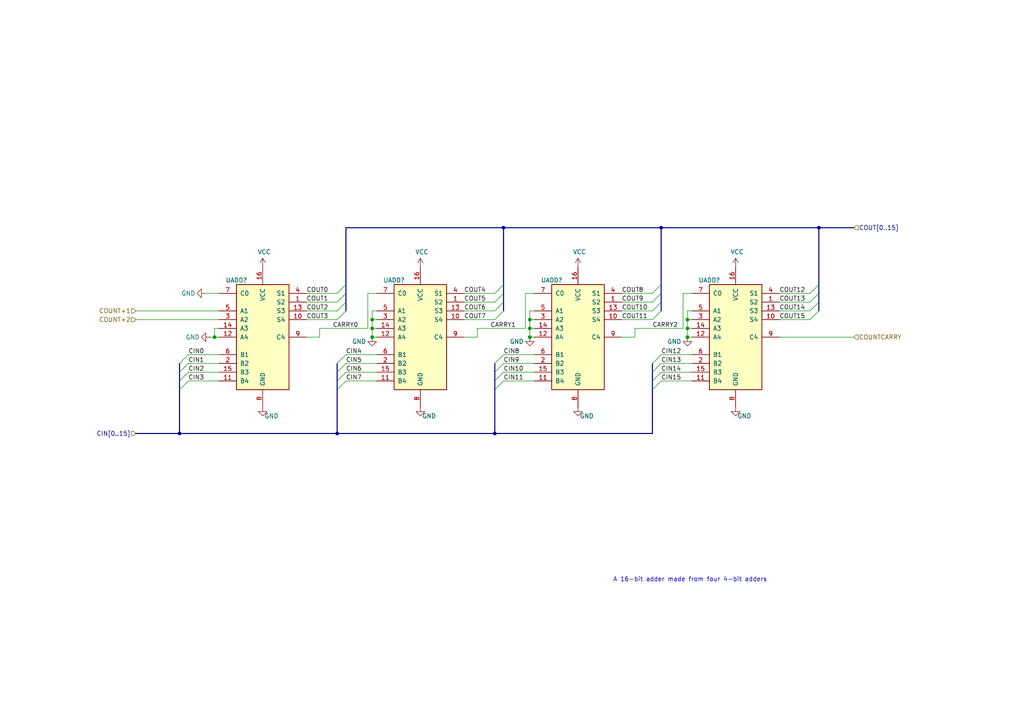
<source format=kicad_sch>
(kicad_sch (version 20211123) (generator eeschema)
  (paper "A4")
  (lib_symbols
    (symbol "74xx:74LS283" (pin_names (offset 1.016))
      (property "Reference" "U" (at -7.62 16.51 0))
      (property "Value" "74LS283" (at -7.62 -16.51 0))
      (symbol "74LS283_1_0"
        (pin output line (at 12.7 10.16 180) (length 5.08) (name "S2") (number "1"))
        (pin output line (at 12.7 5.08 180) (length 5.08) (name "S4") (number "10"))
        (pin input line (at -12.7 -12.7 0) (length 5.08) (name "B4") (number "11"))
        (pin input line (at -12.7 0 0) (length 5.08) (name "A4") (number "12"))
        (pin output line (at 12.7 7.62 180) (length 5.08) (name "S3") (number "13"))
        (pin input line (at -12.7 2.54 0) (length 5.08) (name "A3") (number "14"))
        (pin input line (at -12.7 -10.16 0) (length 5.08) (name "B3") (number "15"))
        (pin power_in line (at 0 20.32 270) (length 5.08) (name "VCC") (number "16"))
        (pin input line (at -12.7 -7.62 0) (length 5.08) (name "B2") (number "2"))
        (pin input line (at -12.7 5.08 0) (length 5.08) (name "A2") (number "3"))
        (pin output line (at 12.7 12.7 180) (length 5.08) (name "S1") (number "4"))
        (pin input line (at -12.7 7.62 0) (length 5.08) (name "A1") (number "5"))
        (pin input line (at -12.7 -5.08 0) (length 5.08) (name "B1") (number "6"))
        (pin input line (at -12.7 12.7 0) (length 5.08) (name "C0") (number "7"))
        (pin power_in line (at 0 -20.32 90) (length 5.08) (name "GND") (number "8"))
        (pin output line (at 12.7 0 180) (length 5.08) (name "C4") (number "9"))
      )
      (symbol "74LS283_1_1"
        (rectangle (start -7.62 15.24) (end 7.62 -15.24) (stroke (width 0.254)) (fill (type background)))
      )
    )
    (symbol "power:GND" (power) (pin_names (offset 0))
      (property "Value" "GND" (at 0 -3.81 0))
      (symbol "GND_0_1"
        (polyline (pts (xy 0 0) (xy 0 -1.27) (xy 1.27 -1.27) (xy 0 -2.54) (xy -1.27 -1.27) (xy 0 -1.27)))
      )
      (symbol "GND_1_1"
        (pin power_in line (at 0 0 270) (length 0) hide (name "GND") (number "1"))
      )
    )
    (symbol "power:VCC" (power) (pin_names (offset 0))
      (property "Value" "VCC" (at 0 3.81 0))
      (symbol "VCC_0_1"
        (polyline (pts (xy -0.762 1.27) (xy 0 2.54)))
        (polyline (pts (xy 0 0) (xy 0 2.54)))
        (polyline (pts (xy 0 2.54) (xy 0.762 1.27)))
      )
      (symbol "VCC_1_1"
        (pin power_in line (at 0 0 90) (length 0) hide (name "VCC") (number "1"))
      )
    )
  )
  (junction (at 199.39 95.25))
  (junction (at 191.77 66.04))
  (junction (at 146.05 66.04))
  (junction (at 237.49 66.04))
  (junction (at 62.23 97.79))
  (junction (at 52.07 125.73))
  (junction (at 199.39 92.71))
  (junction (at 97.79 125.73))
  (junction (at 153.67 97.79))
  (junction (at 107.95 97.79))
  (junction (at 199.39 97.79))
  (junction (at 107.95 95.25))
  (junction (at 153.67 95.25))
  (junction (at 143.51 125.73))
  (junction (at 153.67 92.71))
  (junction (at 107.95 92.71))
  (bus_entry (at 189.23 105.41) (size 2.54 -2.54))
  (bus_entry (at 52.07 107.95) (size 2.54 -2.54))
  (bus_entry (at 237.49 85.09) (size -2.54 2.54))
  (bus_entry (at 143.51 107.95) (size 2.54 -2.54))
  (bus_entry (at 100.33 87.63) (size -2.54 2.54))
  (bus_entry (at 143.51 105.41) (size 2.54 -2.54))
  (bus_entry (at 146.05 82.55) (size -2.54 2.54))
  (bus_entry (at 52.07 113.03) (size 2.54 -2.54))
  (bus_entry (at 100.33 90.17) (size -2.54 2.54))
  (bus_entry (at 189.23 113.03) (size 2.54 -2.54))
  (bus_entry (at 52.07 105.41) (size 2.54 -2.54))
  (bus_entry (at 191.77 90.17) (size -2.54 2.54))
  (bus_entry (at 97.79 107.95) (size 2.54 -2.54))
  (bus_entry (at 100.33 82.55) (size -2.54 2.54))
  (bus_entry (at 189.23 110.49) (size 2.54 -2.54))
  (bus_entry (at 143.51 113.03) (size 2.54 -2.54))
  (bus_entry (at 146.05 87.63) (size -2.54 2.54))
  (bus_entry (at 100.33 85.09) (size -2.54 2.54))
  (bus_entry (at 97.79 110.49) (size 2.54 -2.54))
  (bus_entry (at 191.77 82.55) (size -2.54 2.54))
  (bus_entry (at 191.77 85.09) (size -2.54 2.54))
  (bus_entry (at 146.05 85.09) (size -2.54 2.54))
  (bus_entry (at 146.05 90.17) (size -2.54 2.54))
  (bus_entry (at 237.49 87.63) (size -2.54 2.54))
  (bus_entry (at 237.49 90.17) (size -2.54 2.54))
  (bus_entry (at 189.23 107.95) (size 2.54 -2.54))
  (bus_entry (at 52.07 110.49) (size 2.54 -2.54))
  (bus_entry (at 97.79 105.41) (size 2.54 -2.54))
  (bus_entry (at 97.79 113.03) (size 2.54 -2.54))
  (bus_entry (at 237.49 82.55) (size -2.54 2.54))
  (bus_entry (at 191.77 87.63) (size -2.54 2.54))
  (bus_entry (at 143.51 110.49) (size 2.54 -2.54))
  (wire (pts (xy 199.39 92.71) (xy 200.66 92.71)))
  (wire (pts (xy 153.67 92.71) (xy 153.67 95.25)))
  (bus (pts (xy 146.05 85.09) (xy 146.05 87.63)))
  (wire (pts (xy 106.68 85.09) (xy 109.22 85.09)))
  (wire (pts (xy 200.66 102.87) (xy 191.77 102.87)))
  (wire (pts (xy 62.23 97.79) (xy 63.5 97.79)))
  (bus (pts (xy 100.33 85.09) (xy 100.33 87.63)))
  (wire (pts (xy 60.96 97.79) (xy 62.23 97.79)))
  (bus (pts (xy 97.79 110.49) (xy 97.79 113.03)))
  (bus (pts (xy 143.51 125.73) (xy 189.23 125.73)))
  (wire (pts (xy 62.23 95.25) (xy 63.5 95.25)))
  (wire (pts (xy 63.5 107.95) (xy 54.61 107.95)))
  (wire (pts (xy 106.68 95.25) (xy 106.68 85.09)))
  (bus (pts (xy 52.07 105.41) (xy 52.07 107.95)))
  (bus (pts (xy 100.33 66.04) (xy 146.05 66.04)))
  (wire (pts (xy 234.95 85.09) (xy 226.06 85.09)))
  (wire (pts (xy 226.06 87.63) (xy 234.95 87.63)))
  (bus (pts (xy 143.51 113.03) (xy 143.51 125.73)))
  (wire (pts (xy 97.79 85.09) (xy 88.9 85.09)))
  (bus (pts (xy 100.33 82.55) (xy 100.33 85.09)))
  (bus (pts (xy 52.07 107.95) (xy 52.07 110.49)))
  (bus (pts (xy 191.77 85.09) (xy 191.77 87.63)))
  (wire (pts (xy 154.94 107.95) (xy 146.05 107.95)))
  (wire (pts (xy 153.67 92.71) (xy 153.67 90.17)))
  (wire (pts (xy 152.4 95.25) (xy 152.4 85.09)))
  (bus (pts (xy 237.49 66.04) (xy 237.49 82.55)))
  (wire (pts (xy 92.71 97.79) (xy 92.71 95.25)))
  (wire (pts (xy 198.12 85.09) (xy 200.66 85.09)))
  (bus (pts (xy 237.49 87.63) (xy 237.49 90.17)))
  (wire (pts (xy 154.94 102.87) (xy 146.05 102.87)))
  (bus (pts (xy 191.77 66.04) (xy 191.77 82.55)))
  (wire (pts (xy 247.65 97.79) (xy 226.06 97.79)))
  (wire (pts (xy 180.34 97.79) (xy 184.15 97.79)))
  (wire (pts (xy 88.9 87.63) (xy 97.79 87.63)))
  (wire (pts (xy 226.06 90.17) (xy 234.95 90.17)))
  (wire (pts (xy 184.15 95.25) (xy 198.12 95.25)))
  (wire (pts (xy 199.39 92.71) (xy 199.39 95.25)))
  (bus (pts (xy 39.37 125.73) (xy 52.07 125.73)))
  (wire (pts (xy 200.66 107.95) (xy 191.77 107.95)))
  (wire (pts (xy 184.15 97.79) (xy 184.15 95.25)))
  (wire (pts (xy 107.95 97.79) (xy 107.95 95.25)))
  (wire (pts (xy 107.95 92.71) (xy 107.95 90.17)))
  (wire (pts (xy 109.22 102.87) (xy 100.33 102.87)))
  (wire (pts (xy 109.22 110.49) (xy 100.33 110.49)))
  (bus (pts (xy 189.23 113.03) (xy 189.23 125.73)))
  (bus (pts (xy 146.05 82.55) (xy 146.05 85.09)))
  (wire (pts (xy 154.94 105.41) (xy 146.05 105.41)))
  (wire (pts (xy 153.67 95.25) (xy 154.94 95.25)))
  (bus (pts (xy 52.07 125.73) (xy 97.79 125.73)))
  (bus (pts (xy 189.23 110.49) (xy 189.23 113.03)))
  (wire (pts (xy 199.39 97.79) (xy 200.66 97.79)))
  (wire (pts (xy 138.43 97.79) (xy 138.43 95.25)))
  (wire (pts (xy 88.9 90.17) (xy 97.79 90.17)))
  (wire (pts (xy 107.95 90.17) (xy 109.22 90.17)))
  (bus (pts (xy 97.79 105.41) (xy 97.79 107.95)))
  (wire (pts (xy 63.5 102.87) (xy 54.61 102.87)))
  (wire (pts (xy 107.95 92.71) (xy 109.22 92.71)))
  (bus (pts (xy 52.07 113.03) (xy 52.07 125.73)))
  (bus (pts (xy 237.49 85.09) (xy 237.49 87.63)))
  (wire (pts (xy 63.5 105.41) (xy 54.61 105.41)))
  (bus (pts (xy 146.05 87.63) (xy 146.05 90.17)))
  (bus (pts (xy 100.33 66.04) (xy 100.33 82.55)))
  (bus (pts (xy 146.05 66.04) (xy 146.05 82.55)))
  (wire (pts (xy 134.62 90.17) (xy 143.51 90.17)))
  (wire (pts (xy 198.12 95.25) (xy 198.12 85.09)))
  (wire (pts (xy 107.95 97.79) (xy 109.22 97.79)))
  (wire (pts (xy 39.37 90.17) (xy 63.5 90.17)))
  (wire (pts (xy 180.34 92.71) (xy 189.23 92.71)))
  (wire (pts (xy 154.94 110.49) (xy 146.05 110.49)))
  (wire (pts (xy 199.39 90.17) (xy 200.66 90.17)))
  (wire (pts (xy 134.62 97.79) (xy 138.43 97.79)))
  (bus (pts (xy 97.79 125.73) (xy 143.51 125.73)))
  (wire (pts (xy 143.51 92.71) (xy 134.62 92.71)))
  (bus (pts (xy 191.77 66.04) (xy 237.49 66.04)))
  (wire (pts (xy 199.39 95.25) (xy 200.66 95.25)))
  (bus (pts (xy 191.77 87.63) (xy 191.77 90.17)))
  (bus (pts (xy 52.07 110.49) (xy 52.07 113.03)))
  (bus (pts (xy 189.23 107.95) (xy 189.23 110.49)))
  (wire (pts (xy 153.67 90.17) (xy 154.94 90.17)))
  (bus (pts (xy 100.33 87.63) (xy 100.33 90.17)))
  (wire (pts (xy 180.34 87.63) (xy 189.23 87.63)))
  (bus (pts (xy 143.51 105.41) (xy 143.51 107.95)))
  (wire (pts (xy 199.39 92.71) (xy 199.39 90.17)))
  (wire (pts (xy 88.9 92.71) (xy 97.79 92.71)))
  (wire (pts (xy 62.23 97.79) (xy 62.23 95.25)))
  (wire (pts (xy 107.95 92.71) (xy 107.95 95.25)))
  (bus (pts (xy 191.77 82.55) (xy 191.77 85.09)))
  (wire (pts (xy 92.71 95.25) (xy 106.68 95.25)))
  (bus (pts (xy 237.49 66.04) (xy 247.65 66.04)))
  (wire (pts (xy 63.5 110.49) (xy 54.61 110.49)))
  (wire (pts (xy 153.67 97.79) (xy 154.94 97.79)))
  (wire (pts (xy 189.23 85.09) (xy 180.34 85.09)))
  (wire (pts (xy 88.9 97.79) (xy 92.71 97.79)))
  (wire (pts (xy 107.95 95.25) (xy 109.22 95.25)))
  (bus (pts (xy 97.79 113.03) (xy 97.79 125.73)))
  (wire (pts (xy 152.4 85.09) (xy 154.94 85.09)))
  (bus (pts (xy 146.05 66.04) (xy 191.77 66.04)))
  (wire (pts (xy 199.39 97.79) (xy 199.39 95.25)))
  (bus (pts (xy 237.49 82.55) (xy 237.49 85.09)))
  (bus (pts (xy 143.51 107.95) (xy 143.51 110.49)))
  (wire (pts (xy 134.62 85.09) (xy 143.51 85.09)))
  (wire (pts (xy 39.37 92.71) (xy 63.5 92.71)))
  (wire (pts (xy 153.67 97.79) (xy 153.67 95.25)))
  (wire (pts (xy 134.62 87.63) (xy 143.51 87.63)))
  (bus (pts (xy 97.79 107.95) (xy 97.79 110.49)))
  (bus (pts (xy 143.51 110.49) (xy 143.51 113.03)))
  (wire (pts (xy 138.43 95.25) (xy 152.4 95.25)))
  (wire (pts (xy 59.69 85.09) (xy 63.5 85.09)))
  (wire (pts (xy 226.06 92.71) (xy 234.95 92.71)))
  (wire (pts (xy 153.67 92.71) (xy 154.94 92.71)))
  (wire (pts (xy 180.34 90.17) (xy 189.23 90.17)))
  (wire (pts (xy 200.66 105.41) (xy 191.77 105.41)))
  (wire (pts (xy 109.22 105.41) (xy 100.33 105.41)))
  (bus (pts (xy 189.23 105.41) (xy 189.23 107.95)))
  (wire (pts (xy 109.22 107.95) (xy 100.33 107.95)))
  (wire (pts (xy 200.66 110.49) (xy 191.77 110.49)))
  (text "A 16-bit adder made from four 4-bit adders" (at 177.8 168.91 0) (effects (font (size 1.27 1.27)) (justify left bottom)))
  (label "CIN5" (at 100.33 105.41 0))
  (label "COUT7" (at 134.62 92.71 0))
  (label "CIN4" (at 100.33 102.87 0))
  (label "COUT8" (at 180.34 85.09 0))
  (label "COUT9" (at 180.34 87.63 0))
  (label "COUT15" (at 226.06 92.71 0))
  (label "COUT14" (at 226.06 90.17 0))
  (label "COUT3" (at 88.9 92.71 0))
  (label "COUT13" (at 226.06 87.63 0))
  (label "CIN12" (at 191.77 102.87 0))
  (label "CIN10" (at 146.05 107.95 0))
  (label "COUT0" (at 88.9 85.09 0))
  (label "CIN11" (at 146.05 110.49 0))
  (label "COUT10" (at 180.34 90.17 0))
  (label "CIN15" (at 191.77 110.49 0))
  (label "CIN2" (at 54.61 107.95 0))
  (label "COUT5" (at 134.62 87.63 0))
  (label "CARRY2" (at 189.23 95.25 0))
  (label "CIN6" (at 100.33 107.95 0))
  (label "CIN7" (at 100.33 110.49 0))
  (label "CIN3" (at 54.61 110.49 0))
  (label "COUT2" (at 88.9 90.17 0))
  (label "CARRY1" (at 142.24 95.25 0))
  (label "COUT6" (at 134.62 90.17 0))
  (label "CARRY0" (at 96.52 95.25 0))
  (label "COUT4" (at 134.62 85.09 0))
  (label "COUT11" (at 180.34 92.71 0))
  (label "CIN9" (at 146.05 105.41 0))
  (label "CIN8" (at 146.05 102.87 0))
  (label "COUT1" (at 88.9 87.63 0))
  (label "COUT12" (at 226.06 85.09 0))
  (label "CIN0" (at 54.61 102.87 0))
  (label "CIN14" (at 191.77 107.95 0))
  (label "CIN1" (at 54.61 105.41 0))
  (label "CIN13" (at 191.77 105.41 0))
  (hierarchical_label "CIN[0..15]" (shape input) (at 39.37 125.73 180))
  (hierarchical_label "COUT[0..15]" (shape input) (at 247.65 66.04 0))
  (hierarchical_label "COUNTCARRY" (shape input) (at 247.65 97.79 0))
  (hierarchical_label "COUNT+2" (shape input) (at 39.37 92.71 180))
  (hierarchical_label "COUNT+1" (shape input) (at 39.37 90.17 180))
  (symbol (lib_id "74xx:74LS283") (at 76.2 97.79 0) (unit 1)
    (property "Reference" "UADD?" (at 68.58 81.28 0))
    (property "Datasheet" "http://www.ti.com/lit/gpn/sn74LS283" (effects hide))
  )
  (symbol (lib_id "power:GND") (at 60.96 97.79 270) (unit 1)
    (property "Reference" "#PWR?" (effects hide))
  )
  (symbol (lib_id "74xx:74LS283") (at 121.92 97.79 0) (unit 1)
    (property "Reference" "UADD?" (at 114.3 81.28 0))
    (property "Datasheet" "http://www.ti.com/lit/gpn/sn74LS283" (effects hide))
  )
  (symbol (lib_id "power:GND") (at 76.2 118.11 0) (unit 1)
    (property "Reference" "#PWR?" (effects hide))
  )
  (symbol (lib_id "power:VCC") (at 121.92 77.47 0) (unit 1)
    (property "Reference" "#PWR?" (effects hide))
  )
  (symbol (lib_id "power:VCC") (at 76.2 77.47 0) (unit 1)
    (property "Reference" "#PWR?" (effects hide))
  )
  (symbol (lib_id "power:GND") (at 121.92 118.11 0) (unit 1)
    (property "Reference" "#PWR?" (effects hide))
  )
  (symbol (lib_id "power:GND") (at 107.95 97.79 0) (unit 1)
    (property "Reference" "#PWR?" (effects hide))
  )
  (symbol (lib_id "74xx:74LS283") (at 167.64 97.79 0) (unit 1)
    (property "Reference" "UADD?" (at 160.02 81.28 0))
    (property "Datasheet" "http://www.ti.com/lit/gpn/sn74LS283" (effects hide))
  )
  (symbol (lib_id "power:VCC") (at 167.64 77.47 0) (unit 1)
    (property "Reference" "#PWR?" (effects hide))
  )
  (symbol (lib_id "power:GND") (at 167.64 118.11 0) (unit 1)
    (property "Reference" "#PWR?" (effects hide))
  )
  (symbol (lib_id "power:GND") (at 153.67 97.79 0) (unit 1)
    (property "Reference" "#PWR?" (effects hide))
  )
  (symbol (lib_id "power:GND") (at 59.69 85.09 270) (unit 1)
    (property "Reference" "#PWR?" (effects hide))
  )
  (symbol (lib_id "74xx:74LS283") (at 213.36 97.79 0) (unit 1)
    (property "Reference" "UADD?" (at 205.74 81.28 0))
    (property "Datasheet" "http://www.ti.com/lit/gpn/sn74LS283" (effects hide))
  )
  (symbol (lib_id "power:VCC") (at 213.36 77.47 0) (unit 1)
    (property "Reference" "#PWR?" (effects hide))
  )
  (symbol (lib_id "power:GND") (at 213.36 118.11 0) (unit 1)
    (property "Reference" "#PWR?" (effects hide))
  )
  (symbol (lib_id "power:GND") (at 199.39 97.79 0) (unit 1)
    (property "Reference" "#PWR?" (effects hide))
  )
)
</source>
